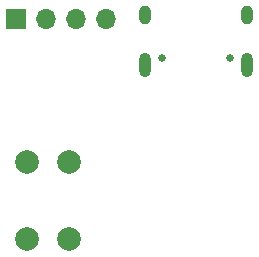
<source format=gbr>
%TF.GenerationSoftware,KiCad,Pcbnew,7.99.0-957-g18dd623122*%
%TF.CreationDate,2023-07-10T16:21:33-04:00*%
%TF.ProjectId,rp2040_base,72703230-3430-45f6-9261-73652e6b6963,rev?*%
%TF.SameCoordinates,Original*%
%TF.FileFunction,Soldermask,Bot*%
%TF.FilePolarity,Negative*%
%FSLAX46Y46*%
G04 Gerber Fmt 4.6, Leading zero omitted, Abs format (unit mm)*
G04 Created by KiCad (PCBNEW 7.99.0-957-g18dd623122) date 2023-07-10 16:21:33*
%MOMM*%
%LPD*%
G01*
G04 APERTURE LIST*
%ADD10R,1.700000X1.700000*%
%ADD11O,1.700000X1.700000*%
%ADD12C,0.650000*%
%ADD13O,1.000000X2.100000*%
%ADD14O,1.000000X1.600000*%
%ADD15C,2.000000*%
G04 APERTURE END LIST*
D10*
%TO.C,J2*%
X128524001Y-81026000D03*
D11*
X131064001Y-81026000D03*
X133604000Y-81026000D03*
X136144001Y-81026000D03*
%TD*%
D12*
%TO.C,J1*%
X146654000Y-84388000D03*
X140874000Y-84388000D03*
D13*
X148084000Y-84918000D03*
D14*
X148084000Y-80738000D03*
D13*
X139444000Y-84918000D03*
D14*
X139444000Y-80738000D03*
%TD*%
D15*
%TO.C,SW1*%
X129413000Y-93195000D03*
X129413000Y-99695000D03*
%TD*%
%TO.C,SW2*%
X132969000Y-93195000D03*
X132969000Y-99695000D03*
%TD*%
M02*

</source>
